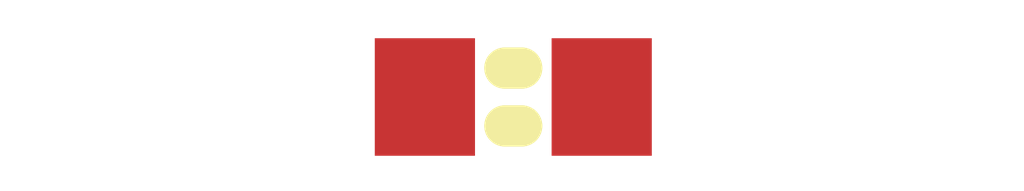
<source format=kicad_pcb>
(kicad_pcb (version 20170123) (host pcbnew "(2017-02-01 revision 9319ef0)-master")

  (general
    (links 0)
    (no_connects 0)
    (area 25.360476 24.374999 34.329524 26.425001)
    (thickness 1.6)
    (drawings 0)
    (tracks 0)
    (zones 0)
    (modules 1)
    (nets 1)
  )

  (page A4)
  (layers
    (0 F.Cu signal)
    (31 B.Cu signal)
    (32 B.Adhes user)
    (33 F.Adhes user)
    (34 B.Paste user)
    (35 F.Paste user)
    (36 B.SilkS user)
    (37 F.SilkS user)
    (38 B.Mask user)
    (39 F.Mask user)
    (40 Dwgs.User user)
    (41 Cmts.User user)
    (42 Eco1.User user)
    (43 Eco2.User user)
    (44 Edge.Cuts user)
    (45 Margin user)
    (46 B.CrtYd user)
    (47 F.CrtYd user)
    (48 B.Fab user)
    (49 F.Fab user)
  )

  (setup
    (last_trace_width 0.25)
    (trace_clearance 0.2)
    (zone_clearance 0.508)
    (zone_45_only no)
    (trace_min 0.2)
    (segment_width 0.2)
    (edge_width 0.15)
    (via_size 0.8)
    (via_drill 0.4)
    (via_min_size 0.4)
    (via_min_drill 0.3)
    (uvia_size 0.3)
    (uvia_drill 0.1)
    (uvias_allowed no)
    (uvia_min_size 0.2)
    (uvia_min_drill 0.1)
    (pcb_text_width 0.3)
    (pcb_text_size 1.5 1.5)
    (mod_edge_width 0.15)
    (mod_text_size 1 1)
    (mod_text_width 0.15)
    (pad_size 1.524 1.524)
    (pad_drill 0.762)
    (pad_to_mask_clearance 0.2)
    (aux_axis_origin 0 0)
    (visible_elements FFFFFF7F)
    (pcbplotparams
      (layerselection 0x00030_ffffffff)
      (usegerberextensions false)
      (excludeedgelayer true)
      (linewidth 0.100000)
      (plotframeref false)
      (viasonmask false)
      (mode 1)
      (useauxorigin false)
      (hpglpennumber 1)
      (hpglpenspeed 20)
      (hpglpendiameter 15)
      (psnegative false)
      (psa4output false)
      (plotreference true)
      (plotvalue true)
      (plotinvisibletext false)
      (padsonsilk false)
      (subtractmaskfromsilk false)
      (outputformat 1)
      (mirror false)
      (drillshape 1)
      (scaleselection 1)
      (outputdirectory ""))
  )

  (net 0 "")

  (net_class Default "This is the default net class."
    (clearance 0.2)
    (trace_width 0.25)
    (via_dia 0.8)
    (via_drill 0.4)
    (uvia_dia 0.3)
    (uvia_drill 0.1)
  )

  (module RESC1608X50 (layer F.Cu) (tedit 5897977E) (tstamp 589797A9)
    (at 29.845 25.4)
    (descr "Resistor,Chip;1.58mm L X 0.85mm W X 0.50mm H")
    (attr smd)
    (fp_text reference REF** (at 0 0) (layer F.SilkS) hide
      (effects (font (size 0.8 0.8) (thickness 0.15)))
    )
    (fp_text value RESC1608X50 (at 0 0) (layer F.Fab)
      (effects (font (size 0.8 0.8) (thickness 0.15)))
    )
    (fp_line (start -1.425 0.75) (end -1.425 -0.75) (layer F.CrtYd) (width 0.15))
    (fp_line (start 1.425 0.75) (end -1.425 0.75) (layer F.CrtYd) (width 0.15))
    (fp_line (start 1.425 -0.75) (end 1.425 0.75) (layer F.CrtYd) (width 0.15))
    (fp_line (start -1.425 -0.75) (end 1.425 -0.75) (layer F.CrtYd) (width 0.15))
    (fp_line (start 0.071 -0.246) (end -0.071 -0.246) (layer F.SilkS) (width 0.35))
    (fp_line (start -0.071 -0.246) (end 0.071 -0.246) (layer F.SilkS) (width 0.35))
    (fp_line (start 0.071 0.246) (end -0.071 0.246) (layer F.SilkS) (width 0.35))
    (fp_line (start -0.071 0.246) (end 0.071 0.246) (layer F.SilkS) (width 0.35))
    (pad 2 smd rect (at 0.75 0) (size 0.85 1) (layers F.Cu F.Paste F.Mask))
    (pad 1 smd rect (at -0.75 0) (size 0.85 1) (layers F.Cu F.Paste F.Mask))
    (model ${KIPRJMOD}/EIA0603_METRIC1608/666.wrl
      (at (xyz 0 0 0))
      (scale (xyz 1 1 1))
      (rotate (xyz 0 0 0))
    )
  )

)

</source>
